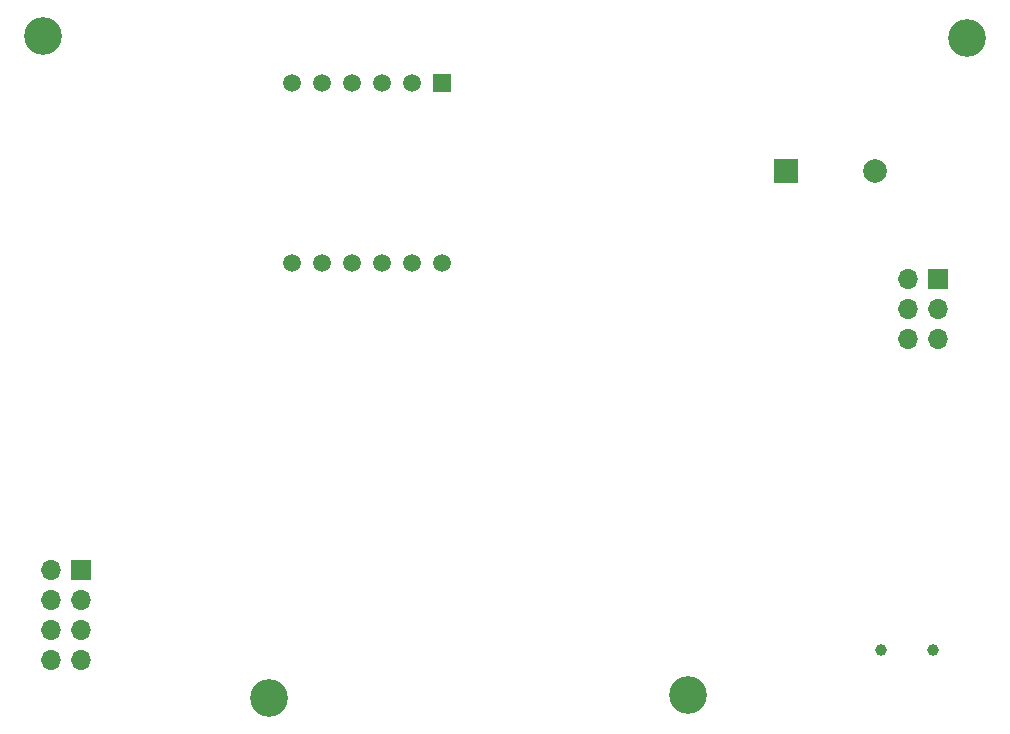
<source format=gbr>
%TF.GenerationSoftware,KiCad,Pcbnew,(7.0.0)*%
%TF.CreationDate,2023-04-20T22:31:56-06:00*%
%TF.ProjectId,Phase_B_PCB_Prototype,50686173-655f-4425-9f50-43425f50726f,rev?*%
%TF.SameCoordinates,Original*%
%TF.FileFunction,Soldermask,Bot*%
%TF.FilePolarity,Negative*%
%FSLAX46Y46*%
G04 Gerber Fmt 4.6, Leading zero omitted, Abs format (unit mm)*
G04 Created by KiCad (PCBNEW (7.0.0)) date 2023-04-20 22:31:56*
%MOMM*%
%LPD*%
G01*
G04 APERTURE LIST*
%ADD10C,3.200000*%
%ADD11C,1.500000*%
%ADD12R,1.500000X1.500000*%
%ADD13R,2.000000X2.000000*%
%ADD14C,2.000000*%
%ADD15O,1.700000X1.700000*%
%ADD16R,1.700000X1.700000*%
%ADD17C,1.000000*%
G04 APERTURE END LIST*
D10*
%TO.C,REF\u002A\u002A*%
X128270000Y-117094000D03*
%TD*%
%TO.C,REF\u002A\u002A*%
X92837000Y-117348000D03*
%TD*%
%TO.C,REF\u002A\u002A*%
X151892000Y-61468000D03*
%TD*%
%TO.C,REF\u002A\u002A*%
X73660000Y-61341000D03*
%TD*%
D11*
%TO.C,U1*%
X107442000Y-80518000D03*
X104902000Y-80518000D03*
X102362000Y-80518000D03*
X99822000Y-80518000D03*
X97282000Y-80518000D03*
X94742000Y-80518000D03*
X94742000Y-65278000D03*
X97282000Y-65278000D03*
X99822000Y-65278000D03*
X102362000Y-65278000D03*
X104902000Y-65278000D03*
D12*
X107441999Y-65277999D03*
%TD*%
D13*
%TO.C,LS1*%
X136534999Y-72770999D03*
D14*
X144135000Y-72771000D03*
%TD*%
D15*
%TO.C,J3*%
X74314999Y-114182999D03*
X76854999Y-114182999D03*
X74314999Y-111642999D03*
X76854999Y-111642999D03*
X74314999Y-109102999D03*
X76854999Y-109102999D03*
X74314999Y-106562999D03*
D16*
X76854999Y-106562999D03*
%TD*%
%TO.C,J2*%
X149478999Y-81929999D03*
D15*
X146938999Y-81929999D03*
X149478999Y-84469999D03*
X146938999Y-84469999D03*
X149478999Y-87009999D03*
X146938999Y-87009999D03*
%TD*%
D17*
%TO.C,J1*%
X149007000Y-113352000D03*
X144607000Y-113352000D03*
%TD*%
M02*

</source>
